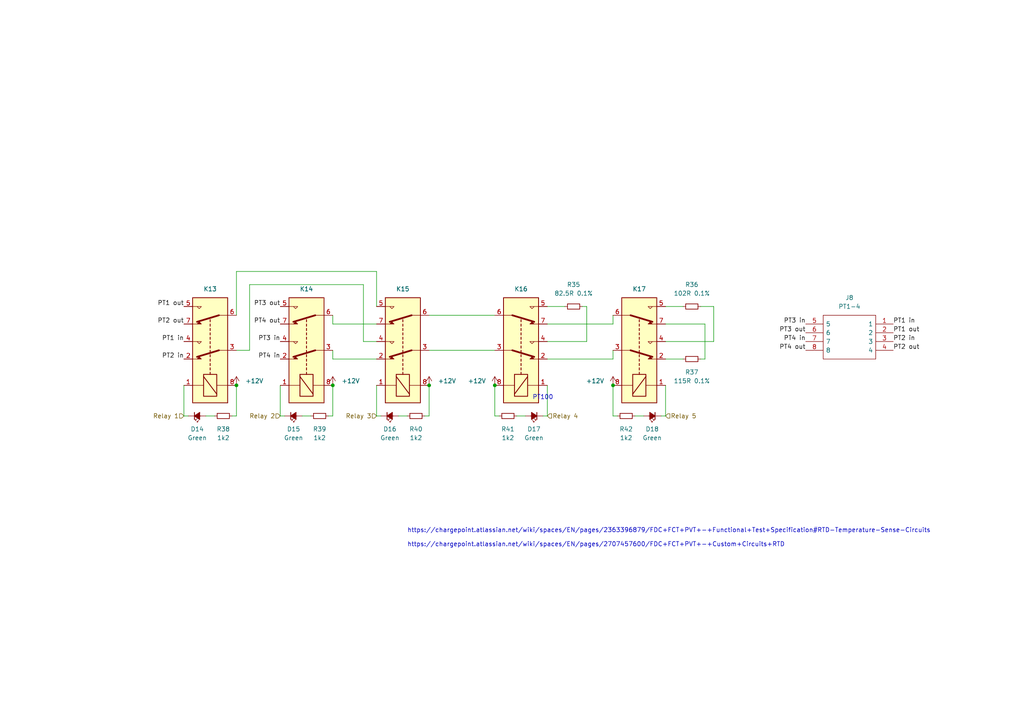
<source format=kicad_sch>
(kicad_sch (version 20211123) (generator eeschema)
  (paper "A4")
  (title_block (title "CIB PCB") (date "2022-05-27") (company "ChargePoint, Inc"))
  (lib_symbols
    (symbol "Component Search Engine:Pluggable Terminal Blocks SDDC 1.5mm pitch 8 Pin" (pin_names (offset 0.762))
      (property "Reference" "J" (at 21.59 7.62 0))
      (property "Value" "Pluggable Terminal Blocks SDDC 1.5mm pitch 8 Pin" (at 21.59 5.08 0))
      (symbol "Pluggable Terminal Blocks SDDC 1.5mm pitch 8 Pin_0_0"
        (pin passive line (at 25.4 0 180) (length 5.08) (name "1") (number "1"))
        (pin passive line (at 25.4 -2.54 180) (length 5.08) (name "2") (number "2"))
        (pin passive line (at 25.4 -5.08 180) (length 5.08) (name "3") (number "3"))
        (pin passive line (at 25.4 -7.62 180) (length 5.08) (name "4") (number "4"))
        (pin passive line (at 0 0 0) (length 5.08) (name "5") (number "5"))
        (pin passive line (at 0 -2.54 0) (length 5.08) (name "6") (number "6"))
        (pin passive line (at 0 -5.08 0) (length 5.08) (name "7") (number "7"))
        (pin passive line (at 0 -7.62 0) (length 5.08) (name "8") (number "8"))
      )
      (symbol "Pluggable Terminal Blocks SDDC 1.5mm pitch 8 Pin_0_1"
        (polyline (pts (xy 5.08 2.54) (xy 20.32 2.54) (xy 20.32 -10.16) (xy 5.08 -10.16) (xy 5.08 2.54)) (stroke (width 0.1524)))
      )
    )
    (symbol "Device:LED_Small_Filled" (pin_numbers hide) (pin_names (offset 0.254) hide)
      (property "Reference" "D" (at -1.27 3.175 0))
      (property "Value" "LED_Small_Filled" (at -4.445 -2.54 0))
      (symbol "LED_Small_Filled_0_1"
        (polyline (pts (xy -0.762 -1.016) (xy -0.762 1.016)) (stroke (width 0.254)))
        (polyline (pts (xy 1.016 0) (xy -0.762 0)))
        (polyline (pts (xy 0.762 -1.016) (xy -0.762 0) (xy 0.762 1.016) (xy 0.762 -1.016)) (stroke (width 0.254)) (fill (type outline)))
        (polyline (pts (xy 0 0.762) (xy -0.508 1.27) (xy -0.254 1.27) (xy -0.508 1.27) (xy -0.508 1.016)))
        (polyline (pts (xy 0.508 1.27) (xy 0 1.778) (xy 0.254 1.778) (xy 0 1.778) (xy 0 1.524)))
      )
      (symbol "LED_Small_Filled_1_1"
        (pin passive line (at -2.54 0 0) (length 1.778) (name "K") (number "1"))
        (pin passive line (at 2.54 0 180) (length 1.778) (name "A") (number "2"))
      )
    )
    (symbol "Device:R_Small" (pin_numbers hide) (pin_names (offset 0.254) hide)
      (property "Reference" "R" (at 0.762 0.508 0))
      (property "Value" "R_Small" (at 0.762 -1.016 0))
      (symbol "R_Small_0_1"
        (rectangle (start -0.762 1.778) (end 0.762 -1.778) (stroke (width 0.2032)))
      )
      (symbol "R_Small_1_1"
        (pin passive line (at 0 2.54 270) (length 0.762) (name "~") (number "1"))
        (pin passive line (at 0 -2.54 90) (length 0.762) (name "~") (number "2"))
      )
    )
    (symbol "Relay:G2RL-2-DC24"
      (property "Reference" "RL" (at 16.51 3.81 0))
      (property "Value" "G2RL-2-DC24" (at 16.51 1.27 0))
      (symbol "G2RL-2-DC24_0_1"
        (rectangle (start -15.24 5.08) (end 15.24 -5.08) (stroke (width 0.254)) (fill (type background)))
        (rectangle (start -13.335 1.905) (end -6.985 -1.905) (stroke (width 0.254)))
        (polyline (pts (xy -12.7 -1.905) (xy -7.62 1.905)) (stroke (width 0.254)))
        (polyline (pts (xy -10.16 -5.08) (xy -10.16 -1.905)))
        (polyline (pts (xy -10.16 5.08) (xy -10.16 1.905)))
        (polyline (pts (xy -6.985 0) (xy -6.35 0)) (stroke (width 0.254)))
        (polyline (pts (xy -5.715 0) (xy -5.08 0)) (stroke (width 0.254)))
        (polyline (pts (xy -4.445 0) (xy -3.81 0)) (stroke (width 0.254)))
        (polyline (pts (xy -3.175 0) (xy -2.54 0)) (stroke (width 0.254)))
        (polyline (pts (xy -1.905 0) (xy -1.27 0)) (stroke (width 0.254)))
        (polyline (pts (xy -0.635 0) (xy 0 0)) (stroke (width 0.254)))
        (polyline (pts (xy 0 -2.54) (xy -1.905 3.81)) (stroke (width 0.508)))
        (polyline (pts (xy 0 -2.54) (xy 0 -5.08)))
        (polyline (pts (xy 0.635 0) (xy 1.27 0)) (stroke (width 0.254)))
        (polyline (pts (xy 1.905 0) (xy 2.54 0)) (stroke (width 0.254)))
        (polyline (pts (xy 3.175 0) (xy 3.81 0)) (stroke (width 0.254)))
        (polyline (pts (xy 4.445 0) (xy 5.08 0)) (stroke (width 0.254)))
        (polyline (pts (xy 5.715 0) (xy 6.35 0)) (stroke (width 0.254)))
        (polyline (pts (xy 6.985 0) (xy 7.62 0)) (stroke (width 0.254)))
        (polyline (pts (xy 8.255 0) (xy 8.89 0)) (stroke (width 0.254)))
        (polyline (pts (xy 10.16 -2.54) (xy 8.255 3.81)) (stroke (width 0.508)))
        (polyline (pts (xy 10.16 -2.54) (xy 10.16 -5.08)))
        (polyline (pts (xy -2.54 5.08) (xy -2.54 2.54) (xy -1.905 3.175) (xy -2.54 3.81)) (fill (type outline)))
        (polyline (pts (xy 2.54 5.08) (xy 2.54 2.54) (xy 1.905 3.175) (xy 2.54 3.81)))
        (polyline (pts (xy 7.62 5.08) (xy 7.62 2.54) (xy 8.255 3.175) (xy 7.62 3.81)) (fill (type outline)))
        (polyline (pts (xy 12.7 5.08) (xy 12.7 2.54) (xy 12.065 3.175) (xy 12.7 3.81)))
      )
      (symbol "G2RL-2-DC24_1_1"
        (pin passive line (at -10.16 7.62 270) (length 2.54) (name "~") (number "1"))
        (pin passive line (at -2.54 7.62 270) (length 2.54) (name "~") (number "2"))
        (pin passive line (at 0 -7.62 90) (length 2.54) (name "~") (number "3"))
        (pin passive line (at 2.54 7.62 270) (length 2.54) (name "~") (number "4"))
        (pin passive line (at 12.7 7.62 270) (length 2.54) (name "~") (number "5"))
        (pin passive line (at 10.16 -7.62 90) (length 2.54) (name "~") (number "6"))
        (pin passive line (at 7.62 7.62 270) (length 2.54) (name "~") (number "7"))
        (pin passive line (at -10.16 -7.62 90) (length 2.54) (name "~") (number "8"))
      )
    )
    (symbol "power:+12V" (power) (pin_names (offset 0))
      (property "Value" "+12V" (at 0 3.556 0))
      (symbol "+12V_0_1"
        (polyline (pts (xy -0.762 1.27) (xy 0 2.54)))
        (polyline (pts (xy 0 0) (xy 0 2.54)))
        (polyline (pts (xy 0 2.54) (xy 0.762 1.27)))
      )
      (symbol "+12V_1_1"
        (pin power_in line (at 0 0 90) (length 0) hide (name "+12V") (number "1"))
      )
    )
  )
  (junction (at 177.8 111.76))
  (junction (at 143.51 111.76))
  (junction (at 96.52 111.76))
  (junction (at 124.46 111.76))
  (junction (at 68.58 111.76))
  (wire (pts (xy 72.39 101.6) (xy 72.39 82.55)))
  (wire (pts (xy 96.52 91.44) (xy 96.52 93.98)))
  (wire (pts (xy 193.04 120.65) (xy 191.77 120.65)))
  (wire (pts (xy 95.25 120.65) (xy 96.52 120.65)))
  (wire (pts (xy 96.52 104.14) (xy 109.22 104.14)))
  (wire (pts (xy 144.78 120.65) (xy 143.51 120.65)))
  (wire (pts (xy 81.28 120.65) (xy 82.55 120.65)))
  (wire (pts (xy 109.22 111.76) (xy 109.22 120.65)))
  (wire (pts (xy 68.58 101.6) (xy 72.39 101.6)))
  (wire (pts (xy 109.22 120.65) (xy 110.49 120.65)))
  (wire (pts (xy 124.46 101.6) (xy 143.51 101.6)))
  (wire (pts (xy 109.22 78.74) (xy 109.22 88.9)))
  (wire (pts (xy 96.52 101.6) (xy 96.52 104.14)))
  (wire (pts (xy 179.07 120.65) (xy 177.8 120.65)))
  (wire (pts (xy 90.17 120.65) (xy 87.63 120.65)))
  (wire (pts (xy 204.47 93.98) (xy 204.47 104.14)))
  (wire (pts (xy 158.75 93.98) (xy 177.8 93.98)))
  (wire (pts (xy 67.31 120.65) (xy 68.58 120.65)))
  (wire (pts (xy 149.86 120.65) (xy 152.4 120.65)))
  (wire (pts (xy 124.46 91.44) (xy 143.51 91.44)))
  (wire (pts (xy 118.11 120.65) (xy 115.57 120.65)))
  (wire (pts (xy 143.51 120.65) (xy 143.51 111.76)))
  (wire (pts (xy 177.8 91.44) (xy 177.8 93.98)))
  (wire (pts (xy 68.58 91.44) (xy 68.58 78.74)))
  (wire (pts (xy 53.34 120.65) (xy 54.61 120.65)))
  (wire (pts (xy 62.23 120.65) (xy 59.69 120.65)))
  (wire (pts (xy 170.18 99.06) (xy 170.18 88.9)))
  (wire (pts (xy 158.75 88.9) (xy 163.83 88.9)))
  (wire (pts (xy 170.18 88.9) (xy 168.91 88.9)))
  (wire (pts (xy 68.58 120.65) (xy 68.58 111.76)))
  (wire (pts (xy 193.04 88.9) (xy 198.12 88.9)))
  (wire (pts (xy 124.46 120.65) (xy 124.46 111.76)))
  (wire (pts (xy 81.28 111.76) (xy 81.28 120.65)))
  (wire (pts (xy 177.8 120.65) (xy 177.8 111.76)))
  (wire (pts (xy 105.41 82.55) (xy 105.41 99.06)))
  (wire (pts (xy 158.75 99.06) (xy 170.18 99.06)))
  (wire (pts (xy 203.2 104.14) (xy 204.47 104.14)))
  (wire (pts (xy 184.15 120.65) (xy 186.69 120.65)))
  (wire (pts (xy 193.04 93.98) (xy 204.47 93.98)))
  (wire (pts (xy 105.41 99.06) (xy 109.22 99.06)))
  (wire (pts (xy 96.52 93.98) (xy 109.22 93.98)))
  (wire (pts (xy 68.58 78.74) (xy 109.22 78.74)))
  (wire (pts (xy 177.8 101.6) (xy 177.8 104.14)))
  (wire (pts (xy 96.52 120.65) (xy 96.52 111.76)))
  (wire (pts (xy 53.34 111.76) (xy 53.34 120.65)))
  (wire (pts (xy 193.04 111.76) (xy 193.04 120.65)))
  (wire (pts (xy 203.2 88.9) (xy 207.01 88.9)))
  (wire (pts (xy 207.01 88.9) (xy 207.01 99.06)))
  (wire (pts (xy 158.75 120.65) (xy 157.48 120.65)))
  (wire (pts (xy 193.04 104.14) (xy 198.12 104.14)))
  (wire (pts (xy 158.75 104.14) (xy 177.8 104.14)))
  (wire (pts (xy 72.39 82.55) (xy 105.41 82.55)))
  (wire (pts (xy 158.75 111.76) (xy 158.75 120.65)))
  (wire (pts (xy 123.19 120.65) (xy 124.46 120.65)))
  (wire (pts (xy 193.04 99.06) (xy 207.01 99.06)))
  (text "PT100" (at 154.432 116.078 0) (effects (font (size 1.27 1.27)) (justify left bottom)))
  (text "https://chargepoint.atlassian.net/wiki/spaces/EN/pages/2363396879/FDC+FCT+PVT+-+Functional+Test+Specification#RTD-Temperature-Sense-Circuits\n\nhttps://chargepoint.atlassian.net/wiki/spaces/EN/pages/2707457600/FDC+FCT+PVT+-+Custom+Circuits+RTD" (at 118.11 158.75 0) (effects (font (size 1.27 1.27)) (justify left bottom)))
  (label "PT1 in" (at 259.08 93.98 0))
  (label "PT2 out" (at 53.34 93.98 180))
  (label "PT3 in" (at 81.28 99.06 180))
  (label "PT4 out" (at 233.68 101.6 180))
  (label "PT2 in" (at 259.08 99.06 0))
  (label "PT1 out" (at 53.34 88.9 180))
  (label "PT2 in" (at 53.34 104.14 180))
  (label "PT1 in" (at 53.34 99.06 180))
  (label "PT1 out" (at 259.08 96.52 0))
  (label "PT3 out" (at 233.68 96.52 180))
  (label "PT3 in" (at 233.68 93.98 180))
  (label "PT3 out" (at 81.28 88.9 180))
  (label "PT4 out" (at 81.28 93.98 180))
  (label "PT4 in" (at 81.28 104.14 180))
  (label "PT2 out" (at 259.08 101.6 0))
  (label "PT4 in" (at 233.68 99.06 180))
  (hierarchical_label "Relay 2" (shape input) (at 81.28 120.65 180))
  (hierarchical_label "Relay 3" (shape input) (at 109.22 120.65 180))
  (hierarchical_label "Relay 4" (shape input) (at 158.75 120.65 0))
  (hierarchical_label "Relay 1" (shape input) (at 53.34 120.65 180))
  (hierarchical_label "Relay 5" (shape input) (at 193.04 120.65 0))
  (symbol (lib_id "Device:R_Small") (at 92.71 120.65 270) (mirror x) (unit 1)
    (property "Reference" "R39" (at 92.71 124.46 90))
    (property "Value" "1k2" (at 92.71 127 90))
    (property "Footprint" "Resistor_SMD:R_1206_3216Metric_Pad1.30x1.75mm_HandSolder" (effects hide))
    (property "Datasheet" "https://industrial.panasonic.com/ww/products/pt/general-purpose-chip-resistors/models/ERJ6GEYJ681V" (effects hide))
    (property "Manufacturer" "Panasonic Electronics Company" (effects hide))
  )
  (symbol (lib_id "Device:R_Small") (at 147.32 120.65 90) (unit 1)
    (property "Reference" "R41" (at 147.32 124.46 90))
    (property "Value" "1k2" (at 147.32 127 90))
    (property "Footprint" "Resistor_SMD:R_1206_3216Metric_Pad1.30x1.75mm_HandSolder" (effects hide))
    (property "Datasheet" "https://industrial.panasonic.com/ww/products/pt/general-purpose-chip-resistors/models/ERJ6GEYJ681V" (effects hide))
    (property "Manufacturer" "Panasonic Electronics Company" (effects hide))
  )
  (symbol (lib_id "Relay:G2RL-2-DC24") (at 185.42 101.6 270) (mirror x) (unit 1)
    (property "Reference" "K17" (at 185.42 83.82 90))
    (property "Footprint" "Relay_THT:Relay_DPDT_Omron_G6K-2P" (effects hide))
    (property "Datasheet" "https://omronfs.omron.com/en_US/ecb/products/pdf/en-g6k.pdf" (effects hide))
    (property "DigiKey #" "Z117-ND" (effects hide))
    (property "Manufacture" "Omron Electronics Inc-EMC Div" (effects hide))
    (property "Manufacturer #" "G6K-2P DC12" (effects hide))
  )
  (symbol (lib_id "power:+12V") (at 124.46 111.76 0) (mirror y) (unit 1)
    (property "Reference" "#PWR076" (effects hide))
    (property "Value" "+12V" (at 127 110.4899 0) (effects (justify right)))
  )
  (symbol (lib_id "Device:R_Small") (at 64.77 120.65 270) (mirror x) (unit 1)
    (property "Reference" "R38" (at 64.77 124.46 90))
    (property "Value" "1k2" (at 64.77 127 90))
    (property "Footprint" "Resistor_SMD:R_1206_3216Metric_Pad1.30x1.75mm_HandSolder" (effects hide))
    (property "Datasheet" "https://industrial.panasonic.com/ww/products/pt/general-purpose-chip-resistors/models/ERJ6GEYJ681V" (effects hide))
    (property "Manufacturer" "Panasonic Electronics Company" (effects hide))
  )
  (symbol (lib_id "power:+12V") (at 96.52 111.76 0) (mirror y) (unit 1)
    (property "Reference" "#PWR075" (effects hide))
    (property "Value" "+12V" (at 99.06 110.4899 0) (effects (justify right)))
  )
  (symbol (lib_id "Component Search Engine:Pluggable Terminal Blocks SDDC 1.5mm pitch 8 Pin") (at 233.68 93.98 0) (unit 1)
    (property "Reference" "J8" (at 246.38 86.36 0))
    (property "Value" "PT1-4" (at 246.38 88.9 0))
    (property "Footprint" "Component Search Engine:Pluggable Terminal Blocks SDDC 1.5mm pitch 8 Pin" (effects hide))
    (property "Datasheet" "https://datasheet.datasheetarchive.com/originals/distributors/DKDS-4/71064.pdf" (effects hide))
    (property "Description" "Pluggable Terminal Blocks SDDC 1,5/ 4-PV-3,5" (effects hide))
    (property "Height" "16" (effects hide))
    (property "Manufacturer_Name" "Phoenix Contact" (effects hide))
    (property "Manufacturer_Part_Number" "1848668" (effects hide))
    (property "Mouser Part Number" "651-1848668" (effects hide))
    (property "Mouser Price/Stock" "https://www.mouser.co.uk/ProductDetail/Phoenix-Contact/1848668?qs=0kYgdqhPduG1OA00GBngvA%3D%3D" (effects hide))
    (property "Arrow Part Number" "1848668" (effects hide))
    (property "Arrow Price/Stock" "https://www.arrow.com/en/products/1848668/phoenix-contact?region=nac" (effects hide))
    (property "Manufacturer" "Phoenix Contact" (effects hide))
    (property "Manufacturer #" "1848668" (effects hide))
  )
  (symbol (lib_id "power:+12V") (at 177.8 111.76 0) (unit 1)
    (property "Reference" "#PWR078" (effects hide))
    (property "Value" "+12V" (at 175.26 110.4899 0) (effects (justify right)))
  )
  (symbol (lib_id "Relay:G2RL-2-DC24") (at 88.9 101.6 90) (unit 1)
    (property "Reference" "K14" (at 88.9 83.82 90))
    (property "Footprint" "Relay_THT:Relay_DPDT_Omron_G6K-2P" (effects hide))
    (property "Datasheet" "https://omronfs.omron.com/en_US/ecb/products/pdf/en-g6k.pdf" (effects hide))
    (property "DigiKey #" "Z117-ND" (effects hide))
    (property "Manufacture" "Omron Electronics Inc-EMC Div" (effects hide))
    (property "Manufacturer #" "G6K-2P DC12" (effects hide))
  )
  (symbol (lib_id "Device:LED_Small_Filled") (at 189.23 120.65 180) (unit 1)
    (property "Reference" "D18" (at 189.1665 124.46 0))
    (property "Value" "Green" (at 189.1665 127 0))
    (property "Footprint" "Diode_SMD:D_1206_3216Metric_Pad1.42x1.75mm_HandSolder" (effects hide))
    (property "Datasheet" "https://www.we-online.com/katalog/datasheet/150080VS75000.pdf" (effects hide))
    (property "DigiKey #" "732-4993-1-ND" (effects hide))
    (property "Manufacturer #" "150120VS75000" (effects hide))
    (property "Manufacturer" "Würth Elektronik" (effects hide))
    (property "RS #" "8154237P" (effects hide))
    (property "Description" "Green 570nm LED Indication - Discrete 2V 1206 (3216 Metric)" (effects hide))
  )
  (symbol (lib_id "Device:LED_Small_Filled") (at 57.15 120.65 0) (mirror x) (unit 1)
    (property "Reference" "D14" (at 57.2135 124.46 0))
    (property "Value" "Green" (at 57.2135 127 0))
    (property "Footprint" "Diode_SMD:D_1206_3216Metric_Pad1.42x1.75mm_HandSolder" (effects hide))
    (property "Datasheet" "https://www.we-online.com/katalog/datasheet/150080VS75000.pdf" (effects hide))
    (property "DigiKey #" "732-4993-1-ND" (effects hide))
    (property "Manufacturer #" "150120VS75000" (effects hide))
    (property "Manufacturer" "Würth Elektronik" (effects hide))
    (property "RS #" "8154237P" (effects hide))
    (property "Description" "Green 570nm LED Indication - Discrete 2V 1206 (3216 Metric)" (effects hide))
  )
  (symbol (lib_id "Relay:G2RL-2-DC24") (at 116.84 101.6 90) (unit 1)
    (property "Reference" "K15" (at 116.84 83.82 90))
    (property "Footprint" "Relay_THT:Relay_DPDT_Omron_G6K-2P" (effects hide))
    (property "Datasheet" "https://omronfs.omron.com/en_US/ecb/products/pdf/en-g6k.pdf" (effects hide))
    (property "DigiKey #" "Z117-ND" (effects hide))
    (property "Manufacture" "Omron Electronics Inc-EMC Div" (effects hide))
    (property "Manufacturer #" "G6K-2P DC12" (effects hide))
  )
  (symbol (lib_id "Relay:G2RL-2-DC24") (at 151.13 101.6 270) (mirror x) (unit 1)
    (property "Reference" "K16" (at 151.13 83.82 90))
    (property "Footprint" "Relay_THT:Relay_DPDT_Omron_G6K-2P" (effects hide))
    (property "Datasheet" "https://omronfs.omron.com/en_US/ecb/products/pdf/en-g6k.pdf" (effects hide))
    (property "DigiKey #" "Z117-ND" (effects hide))
    (property "Manufacture" "Omron Electronics Inc-EMC Div" (effects hide))
    (property "Manufacturer #" "G6K-2P DC12" (effects hide))
  )
  (symbol (lib_id "Device:R_Small") (at 120.65 120.65 270) (mirror x) (unit 1)
    (property "Reference" "R40" (at 120.65 124.46 90))
    (property "Value" "1k2" (at 120.65 127 90))
    (property "Footprint" "Resistor_SMD:R_1206_3216Metric_Pad1.30x1.75mm_HandSolder" (effects hide))
    (property "Datasheet" "https://industrial.panasonic.com/ww/products/pt/general-purpose-chip-resistors/models/ERJ6GEYJ681V" (effects hide))
    (property "Manufacturer" "Panasonic Electronics Company" (effects hide))
  )
  (symbol (lib_id "Device:R_Small") (at 200.66 88.9 90) (unit 1)
    (property "Reference" "R36" (at 200.66 82.55 90))
    (property "Value" "102R 0.1%" (at 200.66 85.09 90))
    (property "Footprint" "Resistor_SMD:R_1206_3216Metric_Pad1.30x1.75mm_HandSolder" (effects hide))
    (property "Datasheet" "https://industrial.panasonic.com/cdbs/www-data/pdf/RDM0000/AOA0000C307.pdf" (effects hide))
    (property "DigiKey #" "P102BCCT-ND" (effects hide))
    (property "Manufacturer #" "ERA-8AEB1020V" (effects hide))
    (property "Manufacturer" "Panasonic Electronics Company" (effects hide))
    (property "Farnell #" "3269900" (effects hide))
    (property "Mouser Part Number" "667-ERA-8AEB1020V" (effects hide))
  )
  (symbol (lib_id "Device:LED_Small_Filled") (at 154.94 120.65 180) (unit 1)
    (property "Reference" "D17" (at 154.8765 124.46 0))
    (property "Value" "Green" (at 154.8765 127 0))
    (property "Footprint" "Diode_SMD:D_1206_3216Metric_Pad1.42x1.75mm_HandSolder" (effects hide))
    (property "Datasheet" "https://www.we-online.com/katalog/datasheet/150080VS75000.pdf" (effects hide))
    (property "DigiKey #" "732-4993-1-ND" (effects hide))
    (property "Manufacturer #" "150120VS75000" (effects hide))
    (property "Manufacturer" "Würth Elektronik" (effects hide))
    (property "RS #" "8154237P" (effects hide))
    (property "Description" "Green 570nm LED Indication - Discrete 2V 1206 (3216 Metric)" (effects hide))
  )
  (symbol (lib_id "power:+12V") (at 68.58 111.76 0) (mirror y) (unit 1)
    (property "Reference" "#PWR074" (effects hide))
    (property "Value" "+12V" (at 71.12 110.4899 0) (effects (justify right)))
  )
  (symbol (lib_id "Device:LED_Small_Filled") (at 85.09 120.65 0) (mirror x) (unit 1)
    (property "Reference" "D15" (at 85.1535 124.46 0))
    (property "Value" "Green" (at 85.1535 127 0))
    (property "Footprint" "Diode_SMD:D_1206_3216Metric_Pad1.42x1.75mm_HandSolder" (effects hide))
    (property "Datasheet" "https://www.we-online.com/katalog/datasheet/150080VS75000.pdf" (effects hide))
    (property "DigiKey #" "732-4993-1-ND" (effects hide))
    (property "Manufacturer #" "150120VS75000" (effects hide))
    (property "Manufacturer" "Würth Elektronik" (effects hide))
    (property "RS #" "8154237P" (effects hide))
    (property "Description" "Green 570nm LED Indication - Discrete 2V 1206 (3216 Metric)" (effects hide))
  )
  (symbol (lib_id "Device:LED_Small_Filled") (at 113.03 120.65 0) (mirror x) (unit 1)
    (property "Reference" "D16" (at 113.0935 124.46 0))
    (property "Value" "Green" (at 113.0935 127 0))
    (property "Footprint" "Diode_SMD:D_1206_3216Metric_Pad1.42x1.75mm_HandSolder" (effects hide))
    (property "Datasheet" "https://www.we-online.com/katalog/datasheet/150080VS75000.pdf" (effects hide))
    (property "DigiKey #" "732-4993-1-ND" (effects hide))
    (property "Manufacturer #" "150120VS75000" (effects hide))
    (property "Manufacturer" "Würth Elektronik" (effects hide))
    (property "RS #" "8154237P" (effects hide))
    (property "Description" "Green 570nm LED Indication - Discrete 2V 1206 (3216 Metric)" (effects hide))
  )
  (symbol (lib_id "Device:R_Small") (at 181.61 120.65 90) (unit 1)
    (property "Reference" "R42" (at 181.61 124.46 90))
    (property "Value" "1k2" (at 181.61 127 90))
    (property "Footprint" "Resistor_SMD:R_1206_3216Metric_Pad1.30x1.75mm_HandSolder" (effects hide))
    (property "Datasheet" "https://industrial.panasonic.com/ww/products/pt/general-purpose-chip-resistors/models/ERJ6GEYJ681V" (effects hide))
    (property "Manufacturer" "Panasonic Electronics Company" (effects hide))
  )
  (symbol (lib_id "Device:R_Small") (at 166.37 88.9 90) (unit 1)
    (property "Reference" "R35" (at 166.37 82.55 90))
    (property "Value" "82.5R 0.1%" (at 166.37 85.09 90))
    (property "Footprint" "Resistor_SMD:R_1206_3216Metric_Pad1.30x1.75mm_HandSolder" (effects hide))
    (property "Datasheet" "https://industrial.panasonic.com/cdbs/www-data/pdf/RDM0000/AOA0000C307.pdf" (effects hide))
    (property "DigiKey #" "P82.5BCCT-ND" (effects hide))
    (property "Manufacturer #" "ERA-8AEB82R5V" (effects hide))
    (property "Manufacturer" "Panasonic Electronics Company" (effects hide))
    (property "Farnell #" "3270121" (effects hide))
  )
  (symbol (lib_id "Device:R_Small") (at 200.66 104.14 90) (unit 1)
    (property "Reference" "R37" (at 200.66 107.95 90))
    (property "Value" "115R 0.1%" (at 200.66 110.49 90))
    (property "Footprint" "Resistor_SMD:R_1206_3216Metric_Pad1.30x1.75mm_HandSolder" (effects hide))
    (property "Datasheet" "https://industrial.panasonic.com/cdbs/www-data/pdf/RDM0000/AOA0000C307.pdf" (effects hide))
    (property "DigiKey #" "P115BCCT-ND" (effects hide))
    (property "Manufacturer #" "ERA-8AEB1150V" (effects hide))
    (property "Manufacturer" "Panasonic Electronics Company" (effects hide))
    (property "Farnell #" "3269906" (effects hide))
    (property "Mouser Part Number" "667-ERA-8AEB1150V" (effects hide))
  )
  (symbol (lib_id "Relay:G2RL-2-DC24") (at 60.96 101.6 90) (unit 1)
    (property "Reference" "K13" (at 60.96 83.82 90))
    (property "Footprint" "Relay_THT:Relay_DPDT_Omron_G6K-2P" (effects hide))
    (property "Datasheet" "https://omronfs.omron.com/en_US/ecb/products/pdf/en-g6k.pdf" (effects hide))
    (property "DigiKey #" "Z117-ND" (effects hide))
    (property "Manufacture" "Omron Electronics Inc-EMC Div" (effects hide))
    (property "Manufacturer #" "G6K-2P DC12" (effects hide))
  )
  (symbol (lib_id "power:+12V") (at 143.51 111.76 0) (mirror y) (unit 1)
    (property "Reference" "#PWR077" (effects hide))
    (property "Value" "+12V" (at 140.97 110.4899 0) (effects (justify left)))
  )
)
</source>
